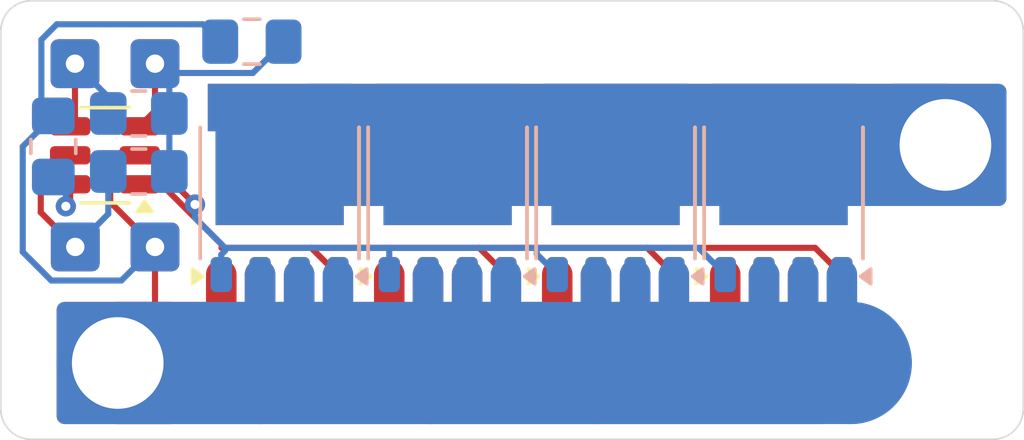
<source format=kicad_pcb>
(kicad_pcb (version 20240108) (generator "pcbnew") (generator_version "8.0")
  (layers (0 "F.Cu" signal) (31 "B.Cu" signal) (34 "B.Paste" user) (35 "F.Paste" user) (36 "B.SilkS" user "B.Silkscreen") (37 "F.SilkS" user "F.Silkscreen") (38 "B.Mask" user) (39 "F.Mask" user) (44 "Edge.Cuts" user))
  (net 0 "")
  (net 1 "GND")
  (net 2 "Net-(U1-A0)")
  (net 3 "SCL")
  (net 4 "+5V")
  (net 5 "SDA")
  (net 6 "Net-(Q1-G)")
  (net 7 "Lead (-)")
  (footprint "Connector_Wire:SolderWire-0.1sqmm_1x01_D0.4mm_OD1mm" (layer "F.Cu") (at 138.95 59.84 90)
    (property "Reference" "SDA" (hide yes))
    (property "Value" "Conn_01x01_Socket" (hide yes))
    (pad "1" thru_hole roundrect (at 0 0 90) (size 1.6 1.6) (drill 0.6) (layers "*.Cu" "*.Mask") (roundrect_rratio 0.15625) (net 5 "SDA"))
  )
  (footprint "Package_TO_SOT_SMD:LFPAK56" (layer "F.Cu") (at 162.15 64.075 90)
    (property "Reference" "Q4" (hide yes))
    (property "Value" "5R2L60" (hide yes))
    (fp_line (start 2.15 -2.6) (end -2.15 -2.6) (stroke (width 0.12)) (layer "F.SilkS"))
    (fp_line (start -2.15 2.6) (end 2.15 2.6) (stroke (width 0.12)) (layer "F.SilkS"))
    (fp_poly (pts (xy -2.73 -2.523297) (xy -2.49 -2.853297) (xy -2.97 -2.853297) (xy -2.73 -2.523297)) (stroke (width 0.12)) (fill solid) (layer "F.SilkS"))
    (pad "1" smd roundrect (at -2.67 -1.91) (size 0.7 1.15) (layers "F.Cu" "F.Paste" "F.Mask") (net 1 "GND"))
    (pad "2" smd roundrect (at -2.67 -0.64) (size 0.7 1.15) (layers "F.Cu" "F.Paste" "F.Mask") (net 1 "GND"))
    (pad "3" smd roundrect (at -2.67 0.64) (size 0.7 1.15) (layers "F.Cu" "F.Paste" "F.Mask") (net 1 "GND"))
    (pad "4" smd roundrect (at -2.67 1.91) (size 0.7 1.15) (layers "F.Cu" "F.Paste" "F.Mask") (net 6 "Net-(Q1-G)"))
    (pad "5" smd custom (at 0.6 0 90) (size 3.3 4.2) (layers "F.Cu" "F.Mask") (net 7 "Lead (-)") (options (clearance outline) (anchor rect)) (primitives (gr_poly (pts (xy 2.975 2.35) (xy 1.425 2.35) (xy 1.425 -2.35) (xy 2.975 -2.35)) (width 0) (fill yes))))
  )
  (footprint "Connector_Wire:SolderWire-2.5sqmm_1x01_D2.4mm_OD3.6mm" (layer "F.Cu") (at 167.45 62.5)
    (property "Reference" "Lead (-)" (hide yes))
    (property "Value" "Conn_01x01_Socket" (hide yes))
    (pad "1" thru_hole roundrect (at 0 0) (size 4 4) (drill 3) (layers "*.Cu" "*.Mask") (roundrect_rratio 0.0625) (net 7 "Lead (-)"))
  )
  (footprint "Connector_Wire:SolderWire-2.5sqmm_1x01_D2.4mm_OD3.6mm" (layer "F.Cu") (at 140.35 69.64)
    (property "Reference" "GND" (hide yes))
    (property "Value" "Conn_01x01_Socket" (hide yes))
    (pad "1" thru_hole roundrect (at 0 0) (size 4 4) (drill 3) (layers "*.Cu" "*.Mask") (roundrect_rratio 0.0625) (net 1 "GND"))
  )
  (footprint "Package_TO_SOT_SMD:LFPAK56" (layer "F.Cu") (at 156.65 64.075 90)
    (property "Reference" "Q3" (hide yes))
    (property "Value" "5R2L60" (hide yes))
    (fp_line (start 2.15 -2.6) (end -2.15 -2.6) (stroke (width 0.12)) (layer "F.SilkS"))
    (fp_line (start -2.15 2.6) (end 2.15 2.6) (stroke (width 0.12)) (layer "F.SilkS"))
    (fp_poly (pts (xy -2.73 -2.523297) (xy -2.49 -2.853297) (xy -2.97 -2.853297) (xy -2.73 -2.523297)) (stroke (width 0.12)) (fill solid) (layer "F.SilkS"))
    (pad "1" smd roundrect (at -2.67 -1.91) (size 0.7 1.15) (layers "F.Cu" "F.Paste" "F.Mask") (net 1 "GND"))
    (pad "2" smd roundrect (at -2.67 -0.64) (size 0.7 1.15) (layers "F.Cu" "F.Paste" "F.Mask") (net 1 "GND"))
    (pad "3" smd roundrect (at -2.67 0.64) (size 0.7 1.15) (layers "F.Cu" "F.Paste" "F.Mask") (net 1 "GND"))
    (pad "4" smd roundrect (at -2.67 1.91) (size 0.7 1.15) (layers "F.Cu" "F.Paste" "F.Mask") (net 6 "Net-(Q1-G)"))
    (pad "5" smd custom (at 0.6 0 90) (size 3.3 4.2) (layers "F.Cu" "F.Mask") (net 7 "Lead (-)") (options (clearance outline) (anchor rect)) (primitives (gr_poly (pts (xy 2.975 2.35) (xy 1.425 2.35) (xy 1.425 -2.35) (xy 2.975 -2.35)) (width 0) (fill yes))))
  )
  (footprint "Connector_Wire:SolderWire-0.1sqmm_1x01_D0.4mm_OD1mm" (layer "F.Cu") (at 141.57 59.84 90)
    (property "Reference" "+5V" (hide yes))
    (property "Value" "Conn_01x01_Socket" (hide yes))
    (pad "1" thru_hole roundrect (at 0 0 90) (size 1.6 1.6) (drill 0.6) (layers "*.Cu" "*.Mask") (roundrect_rratio 0.15625) (net 4 "+5V"))
  )
  (footprint "Connector_Wire:SolderWire-0.1sqmm_1x01_D0.4mm_OD1mm" (layer "F.Cu") (at 141.57 65.84 90)
    (property "Reference" "GND" (hide yes))
    (property "Value" "Conn_01x01_Socket" (hide yes))
    (pad "1" thru_hole roundrect (at 0 0 90) (size 1.6 1.6) (drill 0.6) (layers "*.Cu" "*.Mask") (roundrect_rratio 0.15625) (net 1 "GND"))
  )
  (footprint "Connector_Wire:SolderWire-0.1sqmm_1x01_D0.4mm_OD1mm" (layer "F.Cu") (at 138.96 65.84 90)
    (property "Reference" "SCL" (hide yes))
    (property "Value" "Conn_01x01_Socket" (hide yes))
    (pad "1" thru_hole roundrect (at 0 0 90) (size 1.6 1.6) (drill 0.6) (layers "*.Cu" "*.Mask") (roundrect_rratio 0.15625) (net 3 "SCL"))
  )
  (footprint "Package_TO_SOT_SMD:LFPAK56" (layer "F.Cu") (at 151.15 64.075 90)
    (property "Reference" "Q2" (hide yes))
    (property "Value" "5R2L60" (hide yes))
    (fp_line (start 2.15 -2.6) (end -2.15 -2.6) (stroke (width 0.12)) (layer "F.SilkS"))
    (fp_line (start -2.15 2.6) (end 2.15 2.6) (stroke (width 0.12)) (layer "F.SilkS"))
    (fp_poly (pts (xy -2.73 -2.523297) (xy -2.49 -2.853297) (xy -2.97 -2.853297) (xy -2.73 -2.523297)) (stroke (width 0.12)) (fill solid) (layer "F.SilkS"))
    (pad "1" smd roundrect (at -2.67 -1.91) (size 0.7 1.15) (layers "F.Cu" "F.Paste" "F.Mask") (net 1 "GND"))
    (pad "2" smd roundrect (at -2.67 -0.64) (size 0.7 1.15) (layers "F.Cu" "F.Paste" "F.Mask") (net 1 "GND"))
    (pad "3" smd roundrect (at -2.67 0.64) (size 0.7 1.15) (layers "F.Cu" "F.Paste" "F.Mask") (net 1 "GND"))
    (pad "4" smd roundrect (at -2.67 1.91) (size 0.7 1.15) (layers "F.Cu" "F.Paste" "F.Mask") (net 6 "Net-(Q1-G)"))
    (pad "5" smd custom (at 0.6 0 90) (size 3.3 4.2) (layers "F.Cu" "F.Mask") (net 7 "Lead (-)") (options (clearance outline) (anchor rect)) (primitives (gr_poly (pts (xy 2.975 2.35) (xy 1.425 2.35) (xy 1.425 -2.35) (xy 2.975 -2.35)) (width 0) (fill yes))))
  )
  (footprint "Package_TO_SOT_SMD:LFPAK56" (layer "F.Cu") (at 145.65 64.075 90)
    (property "Reference" "Q1" (hide yes))
    (property "Value" "5R2L60" (hide yes))
    (fp_line (start 2.15 -2.6) (end -2.15 -2.6) (stroke (width 0.12)) (layer "F.SilkS"))
    (fp_line (start -2.15 2.6) (end 2.15 2.6) (stroke (width 0.12)) (layer "F.SilkS"))
    (fp_poly (pts (xy -2.73 -2.523297) (xy -2.49 -2.853297) (xy -2.97 -2.853297) (xy -2.73 -2.523297)) (stroke (width 0.12)) (fill solid) (layer "F.SilkS"))
    (pad "1" smd roundrect (at -2.67 -1.91) (size 0.7 1.15) (layers "F.Cu" "F.Paste" "F.Mask") (net 1 "GND"))
    (pad "2" smd roundrect (at -2.67 -0.64) (size 0.7 1.15) (layers "F.Cu" "F.Paste" "F.Mask") (net 1 "GND"))
    (pad "3" smd roundrect (at -2.67 0.64) (size 0.7 1.15) (layers "F.Cu" "F.Paste" "F.Mask") (net 1 "GND"))
    (pad "4" smd roundrect (at -2.67 1.91) (size 0.7 1.15) (layers "F.Cu" "F.Paste" "F.Mask") (net 6 "Net-(Q1-G)"))
    (pad "5" smd custom (at 0.6 0 90) (size 3.3 4.2) (layers "F.Cu" "F.Mask") (net 7 "Lead (-)") (options (clearance outline) (anchor rect)) (primitives (gr_poly (pts (xy 2.975 2.35) (xy 1.425 2.35) (xy 1.425 -2.35) (xy 2.975 -2.35)) (width 0) (fill yes))))
  )
  (footprint "Package_TO_SOT_SMD:SOT-23-6" (layer "F.Cu") (at 139.93 62.84 180)
    (property "Reference" "U1" (hide yes))
    (property "Value" "MCP4725" (hide yes))
    (fp_line (start 0 1.56) (end 0.8 1.56) (stroke (width 0.12)) (layer "F.SilkS"))
    (fp_line (start 0 1.56) (end -0.8 1.56) (stroke (width 0.12)) (layer "F.SilkS"))
    (fp_line (start 0 -1.56) (end 0.8 -1.56) (stroke (width 0.12)) (layer "F.SilkS"))
    (fp_line (start 0 -1.56) (end -0.8 -1.56) (stroke (width 0.12)) (layer "F.SilkS"))
    (fp_poly (pts (xy -1.3 -1.51) (xy -1.54 -1.84) (xy -1.06 -1.84) (xy -1.3 -1.51)) (stroke (width 0.12)) (fill solid) (layer "F.SilkS"))
    (pad "1" smd roundrect (at -1.1375 -0.95 180) (size 1.325 0.6) (layers "F.Cu" "F.Paste" "F.Mask") (net 6 "Net-(Q1-G)"))
    (pad "2" smd roundrect (at -1.1375 0 180) (size 1.325 0.6) (layers "F.Cu" "F.Paste" "F.Mask") (net 1 "GND"))
    (pad "3" smd roundrect (at -1.1375 0.95 180) (size 1.325 0.6) (layers "F.Cu" "F.Paste" "F.Mask") (net 4 "+5V"))
    (pad "4" smd roundrect (at 1.1375 0.95 180) (size 1.325 0.6) (layers "F.Cu" "F.Paste" "F.Mask") (net 5 "SDA"))
    (pad "5" smd roundrect (at 1.1375 0 180) (size 1.325 0.6) (layers "F.Cu" "F.Paste" "F.Mask") (net 3 "SCL"))
    (pad "6" smd roundrect (at 1.1375 -0.95 180) (size 1.325 0.6) (layers "F.Cu" "F.Paste" "F.Mask") (net 2 "Net-(U1-A0)"))
  )
  (footprint "Resistor_SMD:R_0805_2012Metric_Pad1.20x1.40mm_HandSolder" (layer "B.Cu") (at 141.04 61.47 180)
    (property "Reference" "R3" (hide yes))
    (property "Value" "4.7k" (hide yes))
    (fp_line (start 0.227064 0.735) (end -0.227064 0.735) (stroke (width 0.12)) (layer "B.SilkS"))
    (fp_line (start 0.227064 -0.735) (end -0.227064 -0.735) (stroke (width 0.12)) (layer "B.SilkS"))
    (pad "1" smd roundrect (at -1 0 180) (size 1.2 1.4) (layers "B.Cu" "B.Paste" "B.Mask") (roundrect_rratio 0.208333) (net 4 "+5V"))
    (pad "2" smd roundrect (at 1 0 180) (size 1.2 1.4) (layers "B.Cu" "B.Paste" "B.Mask") (roundrect_rratio 0.208333) (net 5 "SDA"))
  )
  (footprint "Capacitor_SMD:C_0805_2012Metric_Pad1.18x1.45mm_HandSolder" (layer "B.Cu") (at 144.7425 59.12 180)
    (property "Reference" "C1" (hide yes))
    (property "Value" "0.1uF" (hide yes))
    (fp_line (start 0.261252 0.735) (end -0.261252 0.735) (stroke (width 0.12)) (layer "B.SilkS"))
    (fp_line (start 0.261252 -0.735) (end -0.261252 -0.735) (stroke (width 0.12)) (layer "B.SilkS"))
    (pad "1" smd roundrect (at -1.0375 0 180) (size 1.175 1.45) (layers "B.Cu" "B.Paste" "B.Mask") (roundrect_rratio 0.212766) (net 4 "+5V"))
    (pad "2" smd roundrect (at 1.0375 0 180) (size 1.175 1.45) (layers "B.Cu" "B.Paste" "B.Mask") (roundrect_rratio 0.212766) (net 1 "GND"))
  )
  (footprint "Package_TO_SOT_SMD:LFPAK56" (layer "B.Cu") (at 151.15 64.075 90)
    (property "Reference" "Q7" (hide yes))
    (property "Value" "PSMN5R2-60YL" (hide yes))
    (fp_line (start 2.15 -2.6) (end -2.15 -2.6) (stroke (width 0.12)) (layer "B.SilkS"))
    (fp_line (start -2.15 2.6) (end 2.15 2.6) (stroke (width 0.12)) (layer "B.SilkS"))
    (fp_poly (pts (xy -2.73 2.523297) (xy -2.49 2.853297) (xy -2.97 2.853297) (xy -2.73 2.523297)) (stroke (width 0.12)) (fill solid) (layer "B.SilkS"))
    (pad "1" smd roundrect (at -2.67 1.91 180) (size 0.7 1.15) (layers "B.Cu" "B.Paste" "B.Mask") (net 1 "GND"))
    (pad "2" smd roundrect (at -2.67 0.64 180) (size 0.7 1.15) (layers "B.Cu" "B.Paste" "B.Mask") (net 1 "GND"))
    (pad "3" smd roundrect (at -2.67 -0.64 180) (size 0.7 1.15) (layers "B.Cu" "B.Paste" "B.Mask") (net 1 "GND"))
    (pad "4" smd roundrect (at -2.67 -1.91 180) (size 0.7 1.15) (layers "B.Cu" "B.Paste" "B.Mask") (net 6 "Net-(Q1-G)"))
    (pad "5" smd custom (at 0.6 0 90) (size 3.3 4.2) (layers "B.Cu" "B.Mask") (net 7 "Lead (-)") (options (clearance outline) (anchor rect)) (primitives (gr_poly (pts (xy 2.975 -2.35) (xy 1.425 -2.35) (xy 1.425 2.35) (xy 2.975 2.35)) (width 0) (fill yes))))
  )
  (footprint "Resistor_SMD:R_0805_2012Metric_Pad1.20x1.40mm_HandSolder" (layer "B.Cu") (at 138.24 62.55 90)
    (property "Reference" "R1" (hide yes))
    (property "Value" "10k" (hide yes))
    (fp_line (start 0.227064 -0.735) (end -0.227064 -0.735) (stroke (width 0.12)) (layer "B.SilkS"))
    (fp_line (start 0.227064 0.735) (end -0.227064 0.735) (stroke (width 0.12)) (layer "B.SilkS"))
    (pad "1" smd roundrect (at -1 0 90) (size 1.2 1.4) (layers "B.Cu" "B.Paste" "B.Mask") (roundrect_rratio 0.208333) (net 2 "Net-(U1-A0)"))
    (pad "2" smd roundrect (at 1 0 90) (size 1.2 1.4) (layers "B.Cu" "B.Paste" "B.Mask") (roundrect_rratio 0.208333) (net 1 "GND"))
  )
  (footprint "Resistor_SMD:R_0805_2012Metric_Pad1.20x1.40mm_HandSolder" (layer "B.Cu") (at 141.04 63.37 180)
    (property "Reference" "R2" (hide yes))
    (property "Value" "4.7k" (hide yes))
    (fp_line (start 0.227064 0.735) (end -0.227064 0.735) (stroke (width 0.12)) (layer "B.SilkS"))
    (fp_line (start 0.227064 -0.735) (end -0.227064 -0.735) (stroke (width 0.12)) (layer "B.SilkS"))
    (pad "1" smd roundrect (at -1 0 180) (size 1.2 1.4) (layers "B.Cu" "B.Paste" "B.Mask") (roundrect_rratio 0.208333) (net 4 "+5V"))
    (pad "2" smd roundrect (at 1 0 180) (size 1.2 1.4) (layers "B.Cu" "B.Paste" "B.Mask") (roundrect_rratio 0.208333) (net 3 "SCL"))
  )
  (footprint "Package_TO_SOT_SMD:LFPAK56" (layer "B.Cu") (at 145.65 64.075 90)
    (property "Reference" "Q6" (hide yes))
    (property "Value" "PSMN5R2-60YL" (hide yes))
    (fp_line (start 2.15 -2.6) (end -2.15 -2.6) (stroke (width 0.12)) (layer "B.SilkS"))
    (fp_line (start -2.15 2.6) (end 2.15 2.6) (stroke (width 0.12)) (layer "B.SilkS"))
    (fp_poly (pts (xy -2.73 2.523297) (xy -2.49 2.853297) (xy -2.97 2.853297) (xy -2.73 2.523297)) (stroke (width 0.12)) (fill solid) (layer "B.SilkS"))
    (pad "1" smd roundrect (at -2.67 1.91 180) (size 0.7 1.15) (layers "B.Cu" "B.Paste" "B.Mask") (net 1 "GND"))
    (pad "2" smd roundrect (at -2.67 0.64 180) (size 0.7 1.15) (layers "B.Cu" "B.Paste" "B.Mask") (net 1 "GND"))
    (pad "3" smd roundrect (at -2.67 -0.64 180) (size 0.7 1.15) (layers "B.Cu" "B.Paste" "B.Mask") (net 1 "GND"))
    (pad "4" smd roundrect (at -2.67 -1.91 180) (size 0.7 1.15) (layers "B.Cu" "B.Paste" "B.Mask") (net 6 "Net-(Q1-G)"))
    (pad "5" smd custom (at 0.6 0 90) (size 3.3 4.2) (layers "B.Cu" "B.Mask") (net 7 "Lead (-)") (options (clearance outline) (anchor rect)) (primitives (gr_poly (pts (xy 2.975 -2.35) (xy 1.425 -2.35) (xy 1.425 2.35) (xy 2.975 2.35)) (width 0) (fill yes))))
  )
  (footprint "Package_TO_SOT_SMD:LFPAK56" (layer "B.Cu") (at 162.15 64.075 90)
    (property "Reference" "Q5" (hide yes))
    (property "Value" "PSMN5R2-60YL" (hide yes))
    (fp_line (start 2.15 -2.6) (end -2.15 -2.6) (stroke (width 0.12)) (layer "B.SilkS"))
    (fp_line (start -2.15 2.6) (end 2.15 2.6) (stroke (width 0.12)) (layer "B.SilkS"))
    (fp_poly (pts (xy -2.73 2.523297) (xy -2.49 2.853297) (xy -2.97 2.853297) (xy -2.73 2.523297)) (stroke (width 0.12)) (fill solid) (layer "B.SilkS"))
    (pad "1" smd roundrect (at -2.67 1.91 180) (size 0.7 1.15) (layers "B.Cu" "B.Paste" "B.Mask") (net 1 "GND"))
    (pad "2" smd roundrect (at -2.67 0.64 180) (size 0.7 1.15) (layers "B.Cu" "B.Paste" "B.Mask") (net 1 "GND"))
    (pad "3" smd roundrect (at -2.67 -0.64 180) (size 0.7 1.15) (layers "B.Cu" "B.Paste" "B.Mask") (net 1 "GND"))
    (pad "4" smd roundrect (at -2.67 -1.91 180) (size 0.7 1.15) (layers "B.Cu" "B.Paste" "B.Mask") (net 6 "Net-(Q1-G)"))
    (pad "5" smd custom (at 0.6 0 90) (size 3.3 4.2) (layers "B.Cu" "B.Mask") (net 7 "Lead (-)") (options (clearance outline) (anchor rect)) (primitives (gr_poly (pts (xy 2.975 -2.35) (xy 1.425 -2.35) (xy 1.425 2.35) (xy 2.975 2.35)) (width 0) (fill yes))))
  )
  (footprint "Package_TO_SOT_SMD:LFPAK56" (layer "B.Cu") (at 156.65 64.075 90)
    (property "Reference" "Q8" (hide yes))
    (property "Value" "PSMN5R2-60YL" (hide yes))
    (fp_line (start 2.15 -2.6) (end -2.15 -2.6) (stroke (width 0.12)) (layer "B.SilkS"))
    (fp_line (start -2.15 2.6) (end 2.15 2.6) (stroke (width 0.12)) (layer "B.SilkS"))
    (fp_poly (pts (xy -2.73 2.523297) (xy -2.49 2.853297) (xy -2.97 2.853297) (xy -2.73 2.523297)) (stroke (width 0.12)) (fill solid) (layer "B.SilkS"))
    (pad "1" smd roundrect (at -2.67 1.91 180) (size 0.7 1.15) (layers "B.Cu" "B.Paste" "B.Mask") (net 1 "GND"))
    (pad "2" smd roundrect (at -2.67 0.64 180) (size 0.7 1.15) (layers "B.Cu" "B.Paste" "B.Mask") (net 1 "GND"))
    (pad "3" smd roundrect (at -2.67 -0.64 180) (size 0.7 1.15) (layers "B.Cu" "B.Paste" "B.Mask") (net 1 "GND"))
    (pad "4" smd roundrect (at -2.67 -1.91 180) (size 0.7 1.15) (layers "B.Cu" "B.Paste" "B.Mask") (net 6 "Net-(Q1-G)"))
    (pad "5" smd custom (at 0.6 0 90) (size 3.3 4.2) (layers "B.Cu" "B.Mask") (net 7 "Lead (-)") (options (clearance outline) (anchor rect)) (primitives (gr_poly (pts (xy 2.975 -2.35) (xy 1.425 -2.35) (xy 1.425 2.35) (xy 2.975 2.35)) (width 0) (fill yes))))
  )
  (gr_line (start 136.52 71.14) (end 136.52 58.78) (stroke (width 0.05)) (layer "Edge.Cuts"))
  (gr_arc (start 136.52 58.78) (mid 136.812893 58.072893) (end 137.52 57.78) (stroke (width 0.05)) (layer "Edge.Cuts"))
  (gr_line (start 169 72.14) (end 137.52 72.14) (stroke (width 0.05)) (layer "Edge.Cuts"))
  (gr_line (start 170 58.78) (end 170 71.14) (stroke (width 0.05)) (layer "Edge.Cuts"))
  (gr_arc (start 137.52 72.14) (mid 136.812893 71.847107) (end 136.52 71.14) (stroke (width 0.05)) (layer "Edge.Cuts"))
  (gr_arc (start 169 57.78) (mid 169.707107 58.072893) (end 170 58.78) (stroke (width 0.05)) (layer "Edge.Cuts"))
  (gr_line (start 137.52 57.78) (end 169 57.78) (stroke (width 0.05)) (layer "Edge.Cuts"))
  (gr_arc (start 170 71.14) (mid 169.707107 71.847107) (end 169 72.14) (stroke (width 0.05)) (layer "Edge.Cuts"))
  (segment (start 155.98 69.64) (end 163.37 69.64) (width 4) (layer "F.Cu") (net 1))
  (segment (start 145.01 66.745) (end 145.01 69.62) (width 1) (layer "F.Cu") (net 1))
  (segment (start 161.51 66.745) (end 161.51 69.51) (width 1) (layer "F.Cu") (net 1))
  (segment (start 154.74 66.745) (end 154.74 68.4) (width 1) (layer "F.Cu") (net 1))
  (segment (start 145.01 69.62) (end 145.03 69.64) (width 1) (layer "F.Cu") (net 1))
  (segment (start 141.57 65.84) (end 140.105 64.375) (width 0.2) (layer "F.Cu") (net 1))
  (segment (start 143.74 68.35) (end 145.03 69.64) (width 1) (layer "F.Cu") (net 1))
  (segment (start 146.29 68.38) (end 145.03 69.64) (width 1) (layer "F.Cu") (net 1))
  (segment (start 154.74 68.4) (end 155.98 69.64) (width 1) (layer "F.Cu") (net 1))
  (segment (start 149.24 66.745) (end 149.24 68.32) (width 1) (layer "F.Cu") (net 1))
  (segment (start 141.57 68.42) (end 140.35 69.64) (width 0.2) (layer "F.Cu") (net 1))
  (segment (start 157.29 68.33) (end 155.98 69.64) (width 1) (layer "F.Cu") (net 1))
  (segment (start 160.24 66.745) (end 160.24 68.24) (width 1) (layer "F.Cu") (net 1))
  (segment (start 140.714448 62.84) (end 141.0675 62.84) (width 0.2) (layer "F.Cu") (net 1))
  (segment (start 140.35 69.64) (end 145.03 69.64) (width 4) (layer "F.Cu") (net 1))
  (segment (start 145.03 69.64) (end 150.56 69.64) (width 4) (layer "F.Cu") (net 1))
  (segment (start 140.105 63.449448) (end 140.714448 62.84) (width 0.2) (layer "F.Cu") (net 1))
  (segment (start 162.79 68.49) (end 161.64 69.64) (width 1) (layer "F.Cu") (net 1))
  (segment (start 151.79 66.745) (end 151.79 68.41) (width 1) (layer "F.Cu") (net 1))
  (segment (start 150.51 69.59) (end 150.56 69.64) (width 1) (layer "F.Cu") (net 1))
  (segment (start 141.57 65.84) (end 141.57 68.42) (width 0.2) (layer "F.Cu") (net 1))
  (segment (start 143.74 66.745) (end 143.74 68.35) (width 1) (layer "F.Cu") (net 1))
  (segment (start 151.79 68.41) (end 150.56 69.64) (width 1) (layer "F.Cu") (net 1))
  (segment (start 150.56 69.64) (end 155.98 69.64) (width 4) (layer "F.Cu") (net 1))
  (segment (start 149.24 68.32) (end 150.56 69.64) (width 1) (layer "F.Cu") (net 1))
  (segment (start 146.29 66.745) (end 146.29 68.38) (width 1) (layer "F.Cu") (net 1))
  (segment (start 140.105 64.375) (end 140.105 63.449448) (width 0.2) (layer "F.Cu") (net 1))
  (segment (start 157.29 66.745) (end 157.29 68.33) (width 1) (layer "F.Cu") (net 1))
  (segment (start 150.51 66.745) (end 150.51 69.59) (width 1) (layer "F.Cu") (net 1))
  (segment (start 156.01 69.61) (end 155.98 69.64) (width 1) (layer "F.Cu") (net 1))
  (segment (start 160.24 68.24) (end 161.64 69.64) (width 1) (layer "F.Cu") (net 1))
  (segment (start 156.01 66.745) (end 156.01 69.61) (width 1) (layer "F.Cu") (net 1))
  (segment (start 162.79 66.745) (end 162.79 68.49) (width 1) (layer "F.Cu") (net 1))
  (segment (start 161.51 69.51) (end 161.64 69.64) (width 1) (layer "F.Cu") (net 1))
  (segment (start 157.27 69.47) (end 156.01 68.21) (width 1) (layer "B.Cu") (net 1))
  (segment (start 161.51 68.27) (end 161.51 66.745) (width 1) (layer "B.Cu") (net 1))
  (segment (start 140.47 66.94) (end 141.57 65.84) (width 0.2) (layer "B.Cu") (net 1))
  (segment (start 153.06 68.16) (end 153.06 66.745) (width 1) (layer "B.Cu") (net 1))
  (segment (start 137.24 62.55) (end 137.24 66.004744) (width 0.2) (layer "B.Cu") (net 1))
  (segment (start 146.29 69.46) (end 147.56 68.19) (width 1) (layer "B.Cu") (net 1))
  (segment (start 143.135 58.55) (end 138.355256 58.55) (width 0.2) (layer "B.Cu") (net 1))
  (segment (start 137.85 59.055256) (end 137.85 61.16) (width 0.2) (layer "B.Cu") (net 1))
  (segment (start 162.79 66.745) (end 162.79 69.55) (width 1) (layer "B.Cu") (net 1))
  (segment (start 151.79 66.745) (end 151.79 69.43) (width 1) (layer "B.Cu") (net 1))
  (segment (start 157.29 66.745) (end 157.29 69.45) (width 1) (layer "B.Cu") (net 1))
  (segment (start 143.705 59.12) (end 143.135 58.55) (width 0.2) (layer "B.Cu") (net 1))
  (segment (start 151.79 69.43) (end 153.06 68.16) (width 1) (layer "B.Cu") (net 1))
  (segment (start 145.01 68.22) (end 145.01 66.745) (width 1) (layer "B.Cu") (net 1))
  (segment (start 137.85 61.16) (end 138.24 61.55) (width 0.2) (layer "B.Cu") (net 1))
  (segment (start 138.175256 66.94) (end 140.47 66.94) (width 0.2) (layer "B.Cu") (net 1))
  (segment (start 162.79 69.55) (end 161.51 68.27) (width 1) (layer "B.Cu") (net 1))
  (segment (start 164.06 68.28) (end 164.06 66.745) (width 1) (layer "B.Cu") (net 1))
  (segment (start 146.29 69.46) (end 146.27 69.48) (width 1) (layer "B.Cu") (net 1))
  (segment (start 151.79 69.43) (end 150.51 68.15) (width 1) (layer "B.Cu") (net 1))
  (segment (start 156.01 68.21) (end 156.01 66.745) (width 1) (layer "B.Cu") (net 1))
  (segment (start 147.56 68.19) (end 147.56 66.745) (width 1) (layer "B.Cu") (net 1))
  (segment (start 146.27 69.48) (end 145.01 68.22) (width 1) (layer "B.Cu") (net 1))
  (segment (start 162.79 69.55) (end 164.06 68.28) (width 1) (layer "B.Cu") (net 1))
  (segment (start 157.29 69.45) (end 158.56 68.18) (width 1) (layer "B.Cu") (net 1))
  (segment (start 157.29 69.45) (end 157.27 69.47) (width 1) (layer "B.Cu") (net 1))
  (segment (start 164.35 69.64) (end 164.3 69.64) (width 4) (layer "B.Cu") (net 1))
  (segment (start 138.355256 58.55) (end 137.85 59.055256) (width 0.2) (layer "B.Cu") (net 1))
  (segment (start 150.51 68.15) (end 150.51 66.745) (width 1) (layer "B.Cu") (net 1))
  (segment (start 138.24 61.55) (end 137.24 62.55) (width 0.2) (layer "B.Cu") (net 1))
  (segment (start 146.29 66.745) (end 146.29 69.46) (width 1) (layer "B.Cu") (net 1))
  (segment (start 140.35 69.64) (end 164.35 69.64) (width 4) (layer "B.Cu") (net 1))
  (segment (start 158.56 68.18) (end 158.56 66.745) (width 1) (layer "B.Cu") (net 1))
  (segment (start 137.24 66.004744) (end 138.175256 66.94) (width 0.2) (layer "B.Cu") (net 1))
  (segment (start 138.7925 63.79) (end 138.7925 64.368337) (width 0.2) (layer "F.Cu") (net 2))
  (segment (start 138.7925 64.368337) (end 138.650837 64.51) (width 0.2) (layer "F.Cu") (net 2))
  (via (at 138.650837 64.51) (size 0.66) (drill 0.3) (layers "F.Cu" "B.Cu") (net 2))
  (segment (start 138.650837 64.51) (end 138.650837 63.960837) (width 0.2) (layer "B.Cu") (net 2))
  (segment (start 138.650837 63.960837) (end 138.24 63.55) (width 0.2) (layer "B.Cu") (net 2))
  (segment (start 137.83 63.449448) (end 138.439448 62.84) (width 0.2) (layer "F.Cu") (net 3))
  (segment (start 138.96 65.84) (end 137.83 64.71) (width 0.2) (layer "F.Cu") (net 3))
  (segment (start 138.439448 62.84) (end 138.7925 62.84) (width 0.2) (layer "F.Cu") (net 3))
  (segment (start 137.83 64.71) (end 137.83 63.449448) (width 0.2) (layer "F.Cu") (net 3))
  (segment (start 140.04 64.76) (end 138.96 65.84) (width 0.2) (layer "B.Cu") (net 3))
  (segment (start 140.04 63.37) (end 140.04 64.76) (width 0.2) (layer "B.Cu") (net 3))
  (segment (start 141.57 59.84) (end 141.57 61.3875) (width 0.2) (layer "F.Cu") (net 4))
  (segment (start 141.57 61.3875) (end 141.0675 61.89) (width 0.2) (layer "F.Cu") (net 4))
  (segment (start 142.04 60.31) (end 141.57 59.84) (width 0.2) (layer "B.Cu") (net 4))
  (segment (start 141.57 59.84) (end 141.875 60.145) (width 0.2) (layer "B.Cu") (net 4))
  (segment (start 144.775 60.145) (end 145.78 59.14) (width 0.2) (layer "B.Cu") (net 4))
  (segment (start 142.04 63.37) (end 142.04 61.47) (width 0.2) (layer "B.Cu") (net 4))
  (segment (start 142.04 61.47) (end 142.04 60.31) (width 0.2) (layer "B.Cu") (net 4))
  (segment (start 141.875 60.145) (end 144.775 60.145) (width 0.2) (layer "B.Cu") (net 4))
  (segment (start 138.95 61.7325) (end 138.7925 61.89) (width 0.2) (layer "F.Cu") (net 5))
  (segment (start 138.95 59.84) (end 138.95 61.7325) (width 0.2) (layer "F.Cu") (net 5))
  (segment (start 140.04 61.47) (end 140.04 60.93) (width 0.2) (layer "B.Cu") (net 5))
  (segment (start 140.04 60.93) (end 138.95 59.84) (width 0.2) (layer "B.Cu") (net 5))
  (segment (start 157.685 65.87) (end 158.56 66.745) (width 0.2) (layer "F.Cu") (net 6))
  (segment (start 146.685 65.87) (end 147.56 66.745) (width 0.2) (layer "F.Cu") (net 6))
  (segment (start 152.185 65.87) (end 157.685 65.87) (width 0.2) (layer "F.Cu") (net 6))
  (segment (start 142.88 64.45) (end 142.22 63.79) (width 0.2) (layer "F.Cu") (net 6))
  (segment (start 157.685 65.87) (end 163.185 65.87) (width 0.2) (layer "F.Cu") (net 6))
  (segment (start 163.185 65.87) (end 164.06 66.745) (width 0.2) (layer "F.Cu") (net 6))
  (segment (start 143.750001 65.760001) (end 143.750001 65.87) (width 0.2) (layer "F.Cu") (net 6))
  (segment (start 143.750001 65.87) (end 146.685 65.87) (width 0.2) (layer "F.Cu") (net 6))
  (segment (start 146.685 65.87) (end 152.185 65.87) (width 0.2) (layer "F.Cu") (net 6))
  (segment (start 142.22 63.79) (end 141.0675 63.79) (width 0.2) (layer "F.Cu") (net 6))
  (segment (start 152.185 65.87) (end 153.06 66.745) (width 0.2) (layer "F.Cu") (net 6))
  (segment (start 141.78 63.79) (end 143.750001 65.760001) (width 0.2) (layer "F.Cu") (net 6))
  (segment (start 141.0675 63.79) (end 141.78 63.79) (width 0.2) (layer "F.Cu") (net 6))
  (via (at 142.88 64.45) (size 0.66) (drill 0.3) (layers "F.Cu" "B.Cu") (net 6))
  (segment (start 159.365 65.87) (end 160.24 66.745) (width 0.2) (layer "B.Cu") (net 6))
  (segment (start 143.74 66.09) (end 143.74 66.745) (width 0.2) (layer "B.Cu") (net 6))
  (segment (start 154.07 65.87) (end 154.07 66.075) (width 0.2) (layer "B.Cu") (net 6))
  (segment (start 142.88 64.886336) (end 143.863664 65.87) (width 0.2) (layer "B.Cu") (net 6))
  (segment (start 149.24 65.94) (end 149.24 66.745) (width 0.2) (layer "B.Cu") (net 6))
  (segment (start 149.17 65.87) (end 154.07 65.87) (width 0.2) (layer "B.Cu") (net 6))
  (segment (start 149.17 65.87) (end 149.24 65.94) (width 0.2) (layer "B.Cu") (net 6))
  (segment (start 154.07 65.87) (end 159.365 65.87) (width 0.2) (layer "B.Cu") (net 6))
  (segment (start 143.863664 65.87) (end 143.863664 65.966336) (width 0.2) (layer "B.Cu") (net 6))
  (segment (start 142.88 64.45) (end 142.88 64.886336) (width 0.2) (layer "B.Cu") (net 6))
  (segment (start 143.863664 65.966336) (end 143.74 66.09) (width 0.2) (layer "B.Cu") (net 6))
  (segment (start 143.863664 65.87) (end 149.17 65.87) (width 0.2) (layer "B.Cu") (net 6))
  (segment (start 154.07 66.075) (end 154.74 66.745) (width 0.2) (layer "B.Cu") (net 6))
  (segment (start 167.45 62.5) (end 146.625 62.5) (width 4) (layer "F.Cu") (net 7))
  (segment (start 167.45 62.5) (end 146.625 62.5) (width 4) (layer "B.Cu") (net 7))
)
</source>
